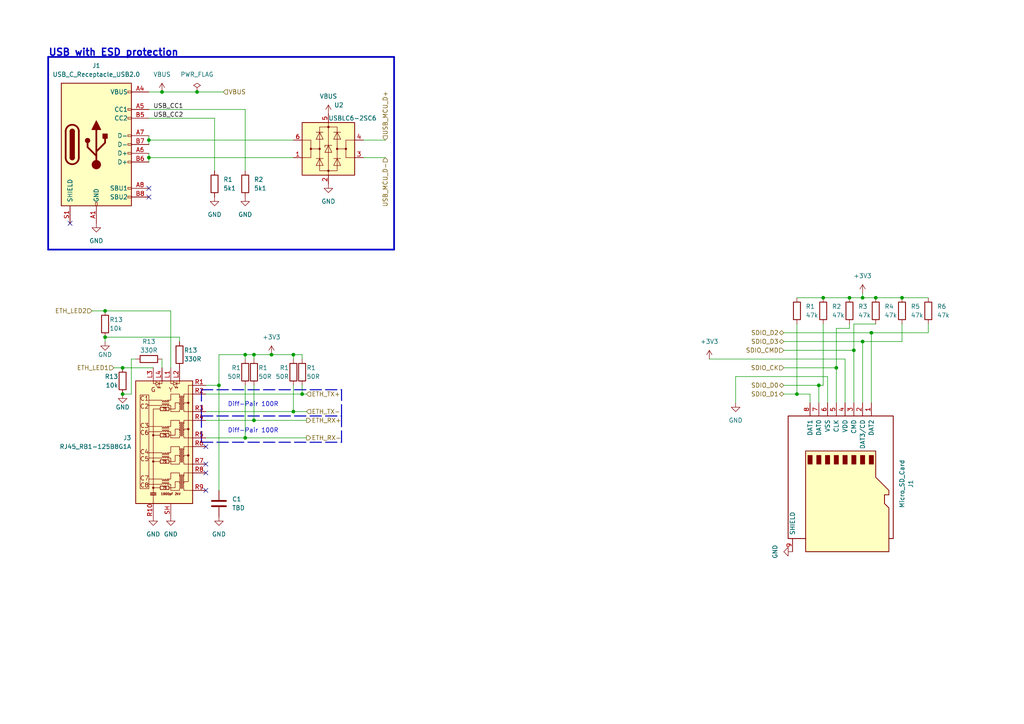
<source format=kicad_sch>
(kicad_sch (version 20230121) (generator eeschema)
  (paper "A4")
  (lib_symbols
    (symbol "Connector:Micro_SD_Card" (pin_names (offset 1.016))
      (property "Reference" "J" (at -16.51 15.24 0))
      (property "Value" "Micro_SD_Card" (at 16.51 15.24 0))
      (symbol "Micro_SD_Card_0_1"
        (rectangle (start -7.62 -9.525) (end -5.08 -10.795) (fill (type outline)))
        (rectangle (start -7.62 -6.985) (end -5.08 -8.255) (fill (type outline)))
        (rectangle (start -7.62 -4.445) (end -5.08 -5.715) (fill (type outline)))
        (rectangle (start -7.62 -1.905) (end -5.08 -3.175) (fill (type outline)))
        (rectangle (start -7.62 0.635) (end -5.08 -0.635) (fill (type outline)))
        (rectangle (start -7.62 3.175) (end -5.08 1.905) (fill (type outline)))
        (rectangle (start -7.62 5.715) (end -5.08 4.445) (fill (type outline)))
        (rectangle (start -7.62 8.255) (end -5.08 6.985) (fill (type outline)))
        (polyline (pts (xy 16.51 12.7) (xy 16.51 13.97) (xy -19.05 13.97) (xy -19.05 -16.51) (xy 16.51 -16.51) (xy 16.51 -11.43)) (stroke (width 0.254)))
        (polyline (pts (xy -8.89 -11.43) (xy -8.89 8.89) (xy -1.27 8.89) (xy 2.54 12.7) (xy 3.81 12.7) (xy 3.81 11.43) (xy 6.35 11.43) (xy 7.62 12.7) (xy 20.32 12.7) (xy 20.32 -11.43) (xy -8.89 -11.43)) (stroke (width 0.254)) (fill (type background)))
      )
      (symbol "Micro_SD_Card_1_1"
        (pin bidirectional line (at -22.86 7.62 0) (length 3.81) (name "DAT2") (number "1"))
        (pin bidirectional line (at -22.86 5.08 0) (length 3.81) (name "DAT3/CD") (number "2"))
        (pin input line (at -22.86 2.54 0) (length 3.81) (name "CMD") (number "3"))
        (pin power_in line (at -22.86 0 0) (length 3.81) (name "VDD") (number "4"))
        (pin input line (at -22.86 -2.54 0) (length 3.81) (name "CLK") (number "5"))
        (pin power_in line (at -22.86 -5.08 0) (length 3.81) (name "VSS") (number "6"))
        (pin bidirectional line (at -22.86 -7.62 0) (length 3.81) (name "DAT0") (number "7"))
        (pin bidirectional line (at -22.86 -10.16 0) (length 3.81) (name "DAT1") (number "8"))
        (pin passive line (at 20.32 -15.24 180) (length 3.81) (name "SHIELD") (number "9"))
      )
    )
    (symbol "Connector:RJ45_RB1-125B8G1A" (pin_names hide)
      (property "Reference" "J" (at -7.62 20.32 0))
      (property "Value" "RJ45_RB1-125B8G1A" (at 15.24 20.32 0))
      (symbol "RJ45_RB1-125B8G1A_0_0"
        (polyline (pts (xy -0.508 -11.938) (xy -2.54 -11.938)))
        (polyline (pts (xy 0 -10.922) (xy -3.81 -10.922)))
        (polyline (pts (xy 0 -9.398) (xy -3.81 -9.398)))
        (polyline (pts (xy 0 -3.302) (xy -3.81 -3.302)))
        (polyline (pts (xy 0 -1.778) (xy -3.81 -1.778)))
        (polyline (pts (xy 0 4.318) (xy -3.81 4.318)))
        (polyline (pts (xy 0 5.842) (xy -3.81 5.842)))
        (polyline (pts (xy 0 11.938) (xy -3.81 11.938)))
        (polyline (pts (xy 0 13.462) (xy -3.81 13.462)))
        (polyline (pts (xy 6.35 5.08) (xy 7.62 5.08)))
        (polyline (pts (xy 7.62 -2.54) (xy 6.35 -2.54)))
        (polyline (pts (xy 7.62 12.7) (xy 6.35 12.7)))
        (polyline (pts (xy 2.032 -11.938) (xy 3.81 -11.938) (xy 3.81 -10.16) (xy 5.08 -10.16)))
        (polyline (pts (xy 2.032 -4.318) (xy 3.81 -4.318) (xy 3.81 -2.54) (xy 5.08 -2.54)))
        (polyline (pts (xy 2.032 3.302) (xy 3.81 3.302) (xy 3.81 5.08) (xy 5.08 5.08)))
        (polyline (pts (xy 2.032 10.922) (xy 3.81 10.922) (xy 3.81 12.7) (xy 5.08 12.7)))
        (text "1000pF 2kV" (at 2.54 -13.716 0) (effects (font (size 0.635 0.635))))
        (text "75" (at 0.762 -11.938 0) (effects (font (size 0.635 0.635))))
        (text "75" (at 0.762 -4.318 0) (effects (font (size 0.635 0.635))))
        (text "75" (at 0.762 3.302 0) (effects (font (size 0.635 0.635))))
        (text "75" (at 0.762 10.922 0) (effects (font (size 0.635 0.635))))
        (text "C1" (at -5.08 13.97 0) (effects (font (size 1.27 1.27))))
        (text "C2" (at -5.08 11.684 0) (effects (font (size 1.27 1.27))))
        (text "C3" (at -5.08 6.096 0) (effects (font (size 1.27 1.27))))
        (text "C4" (at -5.08 -1.524 0) (effects (font (size 1.27 1.27))))
        (text "C5" (at -5.08 -3.556 0) (effects (font (size 1.27 1.27))))
        (text "C6" (at -5.08 4.064 0) (effects (font (size 1.27 1.27))))
        (text "C7" (at -5.08 -9.144 0) (effects (font (size 1.27 1.27))))
        (text "C8" (at -5.08 -11.176 0) (effects (font (size 1.27 1.27))))
        (text "G" (at -2.54 16.51 0) (effects (font (size 1.27 1.27))))
        (text "Y" (at 2.54 16.51 0) (effects (font (size 1.27 1.27))))
      )
      (symbol "RJ45_RB1-125B8G1A_0_1"
        (rectangle (start -3.81 -12.192) (end -6.35 14.986))
        (circle (center -2.54 -11.938) (radius 0.254) (fill (type outline)))
        (circle (center -2.54 -4.318) (radius 0.254) (fill (type outline)))
        (circle (center -2.54 3.302) (radius 0.254) (fill (type outline)))
        (rectangle (start -0.508 -12.446) (end 2.032 -11.43) (stroke (width 0.2032)))
        (rectangle (start -0.508 -4.826) (end 2.032 -3.81) (stroke (width 0.2032)))
        (rectangle (start -0.508 2.794) (end 2.032 3.81) (stroke (width 0.2032)))
        (rectangle (start -0.508 10.414) (end 2.032 11.43) (stroke (width 0.2032)))
        (arc (start 0 -9.398) (mid 0.254 -9.6509) (end 0.508 -9.398))
        (arc (start 0 -1.778) (mid 0.254 -2.0309) (end 0.508 -1.778))
        (polyline (pts (xy -3.302 -13.97) (xy -1.778 -13.97)) (stroke (width 0.3302)))
        (polyline (pts (xy -3.302 -13.462) (xy -1.778 -13.462)) (stroke (width 0.3048)))
        (polyline (pts (xy -2.54 -16.51) (xy -2.54 -13.97)))
        (polyline (pts (xy -2.54 3.302) (xy -0.508 3.302)))
        (polyline (pts (xy -1.016 17.018) (xy -1.524 17.526)))
        (polyline (pts (xy -0.762 18.796) (xy -0.762 17.78)))
        (polyline (pts (xy -0.508 -4.318) (xy -2.54 -4.318)))
        (polyline (pts (xy -0.508 17.018) (xy -1.016 17.526)))
        (polyline (pts (xy 0 -10.414) (xy 2.032 -10.414)))
        (polyline (pts (xy 0 -2.794) (xy 2.032 -2.794)))
        (polyline (pts (xy 0 4.826) (xy 2.032 4.826)))
        (polyline (pts (xy 0 12.446) (xy 2.032 12.446)))
        (polyline (pts (xy 2.032 -9.906) (xy 0 -9.906)))
        (polyline (pts (xy 2.032 -2.286) (xy 0 -2.286)))
        (polyline (pts (xy 2.032 5.334) (xy 0 5.334)))
        (polyline (pts (xy 2.032 12.954) (xy 0 12.954)))
        (polyline (pts (xy 4.064 17.018) (xy 3.556 17.526)))
        (polyline (pts (xy 4.318 18.796) (xy 4.318 17.78)))
        (polyline (pts (xy 4.572 17.018) (xy 4.064 17.526)))
        (polyline (pts (xy 5.588 -8.128) (xy 5.588 -12.192)))
        (polyline (pts (xy 5.588 -0.508) (xy 5.588 -4.572)))
        (polyline (pts (xy 5.588 7.112) (xy 5.588 3.048)))
        (polyline (pts (xy 5.588 14.732) (xy 5.588 10.668)))
        (polyline (pts (xy 5.842 -12.192) (xy 5.842 -8.128)))
        (polyline (pts (xy 5.842 -4.572) (xy 5.842 -0.508)))
        (polyline (pts (xy 5.842 3.048) (xy 5.842 7.112)))
        (polyline (pts (xy 5.842 10.668) (xy 5.842 14.732)))
        (polyline (pts (xy -2.54 -13.462) (xy -2.54 10.922) (xy -0.508 10.922)))
        (polyline (pts (xy -2.54 19.05) (xy -2.54 18.288) (xy -1.778 18.288)))
        (polyline (pts (xy -1.016 17.272) (xy -1.016 17.018) (xy -1.27 17.018)))
        (polyline (pts (xy -0.508 17.272) (xy -0.508 17.018) (xy -0.762 17.018)))
        (polyline (pts (xy 0 19.05) (xy 0 18.288) (xy -0.762 18.288)))
        (polyline (pts (xy 2.54 19.05) (xy 2.54 18.288) (xy 3.302 18.288)))
        (polyline (pts (xy 4.064 17.272) (xy 4.064 17.018) (xy 3.81 17.018)))
        (polyline (pts (xy 4.572 17.272) (xy 4.572 17.018) (xy 4.318 17.018)))
        (polyline (pts (xy 5.08 19.05) (xy 5.08 18.288) (xy 4.318 18.288)))
        (polyline (pts (xy 6.35 -12.192) (xy 6.35 -12.7) (xy 8.89 -12.7)))
        (polyline (pts (xy 6.35 -8.128) (xy 6.35 -7.62) (xy 8.89 -7.62)))
        (polyline (pts (xy 6.35 -4.572) (xy 6.35 -5.08) (xy 8.89 -5.08)))
        (polyline (pts (xy 6.35 -0.508) (xy 6.35 0) (xy 8.89 0)))
        (polyline (pts (xy 6.35 3.048) (xy 6.35 2.54) (xy 8.89 2.54)))
        (polyline (pts (xy 6.35 7.112) (xy 6.35 7.62) (xy 8.89 7.62)))
        (polyline (pts (xy 6.35 10.668) (xy 6.35 10.16) (xy 8.89 10.16)))
        (polyline (pts (xy 6.35 14.732) (xy 6.35 15.24) (xy 8.89 15.24)))
        (polyline (pts (xy -0.762 18.288) (xy -1.778 18.796) (xy -1.778 17.78) (xy -0.762 18.288)))
        (polyline (pts (xy 4.318 18.288) (xy 3.302 18.796) (xy 3.302 17.78) (xy 4.318 18.288)))
        (polyline (pts (xy 8.89 17.78) (xy 7.62 17.78) (xy 7.62 -10.16) (xy 6.35 -10.16)))
        (polyline (pts (xy 2.032 -9.398) (xy 2.54 -9.398) (xy 2.54 -7.62) (xy 5.08 -7.62) (xy 5.08 -8.128)))
        (polyline (pts (xy 2.032 -1.778) (xy 2.54 -1.778) (xy 2.54 0) (xy 5.08 0) (xy 5.08 -0.508)))
        (polyline (pts (xy 2.032 5.842) (xy 2.54 5.842) (xy 2.54 7.62) (xy 5.08 7.62) (xy 5.08 7.112)))
        (polyline (pts (xy 2.032 13.462) (xy 2.54 13.462) (xy 2.54 15.24) (xy 5.08 15.24) (xy 5.08 14.732)))
        (polyline (pts (xy 5.08 -12.192) (xy 5.08 -12.7) (xy 2.54 -12.7) (xy 2.54 -10.922) (xy 2.032 -10.922)))
        (polyline (pts (xy 5.08 -4.572) (xy 5.08 -5.08) (xy 2.54 -5.08) (xy 2.54 -3.302) (xy 2.032 -3.302)))
        (polyline (pts (xy 5.08 3.048) (xy 5.08 2.54) (xy 2.54 2.54) (xy 2.54 4.318) (xy 2.032 4.318)))
        (polyline (pts (xy 5.08 10.668) (xy 5.08 10.16) (xy 2.54 10.16) (xy 2.54 11.938) (xy 2.032 11.938)))
        (arc (start 0 5.842) (mid 0.254 5.5891) (end 0.508 5.842))
        (arc (start 0 13.462) (mid 0.254 13.2091) (end 0.508 13.462))
        (arc (start 0.508 -10.922) (mid 0.254 -10.6691) (end 0 -10.922))
        (arc (start 0.508 -9.398) (mid 0.762 -9.6509) (end 1.016 -9.398))
        (arc (start 0.508 -3.302) (mid 0.254 -3.0491) (end 0 -3.302))
        (arc (start 0.508 -1.778) (mid 0.762 -2.0309) (end 1.016 -1.778))
        (arc (start 0.508 4.318) (mid 0.254 4.5709) (end 0 4.318))
        (arc (start 0.508 5.842) (mid 0.762 5.5891) (end 1.016 5.842))
        (arc (start 0.508 11.938) (mid 0.254 12.1909) (end 0 11.938))
        (arc (start 0.508 13.462) (mid 0.762 13.2091) (end 1.016 13.462))
        (arc (start 1.016 -10.922) (mid 0.762 -10.6691) (end 0.508 -10.922))
        (arc (start 1.016 -9.398) (mid 1.27 -9.6509) (end 1.524 -9.398))
        (arc (start 1.016 -3.302) (mid 0.762 -3.0491) (end 0.508 -3.302))
        (arc (start 1.016 -1.778) (mid 1.27 -2.0309) (end 1.524 -1.778))
        (arc (start 1.016 4.318) (mid 0.762 4.5709) (end 0.508 4.318))
        (arc (start 1.016 5.842) (mid 1.27 5.5891) (end 1.524 5.842))
        (arc (start 1.016 11.938) (mid 0.762 12.1909) (end 0.508 11.938))
        (arc (start 1.016 13.462) (mid 1.27 13.2091) (end 1.524 13.462))
        (arc (start 1.524 -10.922) (mid 1.27 -10.6691) (end 1.016 -10.922))
        (arc (start 1.524 -9.398) (mid 1.778 -9.6509) (end 2.032 -9.398))
        (arc (start 1.524 -3.302) (mid 1.27 -3.0491) (end 1.016 -3.302))
        (arc (start 1.524 -1.778) (mid 1.778 -2.0309) (end 2.032 -1.778))
        (arc (start 1.524 4.318) (mid 1.27 4.5709) (end 1.016 4.318))
        (arc (start 1.524 5.842) (mid 1.778 5.5891) (end 2.032 5.842))
        (arc (start 1.524 11.938) (mid 1.27 12.1909) (end 1.016 11.938))
        (arc (start 1.524 13.462) (mid 1.778 13.2091) (end 2.032 13.462))
        (circle (center 1.778 -10.9474) (radius 0.0762) (stroke (width 0.0254)) (fill (type outline)))
        (circle (center 1.778 -9.3726) (radius 0.0762) (stroke (width 0.0254)) (fill (type outline)))
        (circle (center 1.778 -3.3274) (radius 0.0762) (stroke (width 0.0254)) (fill (type outline)))
        (circle (center 1.778 -1.7526) (radius 0.0762) (stroke (width 0.0254)) (fill (type outline)))
        (circle (center 1.778 4.2926) (radius 0.0762) (stroke (width 0.0254)) (fill (type outline)))
        (circle (center 1.778 5.8674) (radius 0.0762) (stroke (width 0.0254)) (fill (type outline)))
        (circle (center 1.778 11.9126) (radius 0.0762) (stroke (width 0.0254)) (fill (type outline)))
        (circle (center 1.778 13.4874) (radius 0.0762) (stroke (width 0.0254)) (fill (type outline)))
        (arc (start 2.032 -10.922) (mid 1.778 -10.6691) (end 1.524 -10.922))
        (arc (start 2.032 -3.302) (mid 1.778 -3.0491) (end 1.524 -3.302))
        (arc (start 2.032 4.318) (mid 1.778 4.5709) (end 1.524 4.318))
        (arc (start 2.032 11.938) (mid 1.778 12.1909) (end 1.524 11.938))
        (circle (center 5.0546 -10.414) (radius 0.0762) (stroke (width 0.0254)) (fill (type outline)))
        (circle (center 5.0546 -8.382) (radius 0.0762) (stroke (width 0.0254)) (fill (type outline)))
        (circle (center 5.0546 -2.794) (radius 0.0762) (stroke (width 0.0254)) (fill (type outline)))
        (circle (center 5.0546 -0.762) (radius 0.0762) (stroke (width 0.0254)) (fill (type outline)))
        (circle (center 5.0546 4.826) (radius 0.0762) (stroke (width 0.0254)) (fill (type outline)))
        (circle (center 5.0546 6.858) (radius 0.0762) (stroke (width 0.0254)) (fill (type outline)))
        (circle (center 5.0546 12.446) (radius 0.0762) (stroke (width 0.0254)) (fill (type outline)))
        (circle (center 5.0546 14.478) (radius 0.0762) (stroke (width 0.0254)) (fill (type outline)))
        (arc (start 5.08 -12.192) (mid 5.3329 -11.938) (end 5.08 -11.684))
        (arc (start 5.08 -11.684) (mid 5.3329 -11.43) (end 5.08 -11.176))
        (arc (start 5.08 -11.176) (mid 5.3329 -10.922) (end 5.08 -10.668))
        (arc (start 5.08 -10.668) (mid 5.3329 -10.414) (end 5.08 -10.16))
        (arc (start 5.08 -10.16) (mid 5.3329 -9.906) (end 5.08 -9.652))
        (arc (start 5.08 -9.652) (mid 5.3329 -9.398) (end 5.08 -9.144))
        (arc (start 5.08 -9.144) (mid 5.3329 -8.89) (end 5.08 -8.636))
        (arc (start 5.08 -8.636) (mid 5.3329 -8.382) (end 5.08 -8.128))
        (arc (start 5.08 -4.572) (mid 5.3329 -4.318) (end 5.08 -4.064))
        (arc (start 5.08 -4.064) (mid 5.3329 -3.81) (end 5.08 -3.556))
        (arc (start 5.08 -3.556) (mid 5.3329 -3.302) (end 5.08 -3.048))
        (arc (start 5.08 -3.048) (mid 5.3329 -2.794) (end 5.08 -2.54))
        (arc (start 5.08 -2.54) (mid 5.3329 -2.286) (end 5.08 -2.032))
        (arc (start 5.08 -2.032) (mid 5.3329 -1.778) (end 5.08 -1.524))
        (arc (start 5.08 -1.524) (mid 5.3329 -1.27) (end 5.08 -1.016))
        (arc (start 5.08 -1.016) (mid 5.3329 -0.762) (end 5.08 -0.508))
        (arc (start 5.08 3.048) (mid 5.3329 3.302) (end 5.08 3.556))
        (arc (start 5.08 3.556) (mid 5.3329 3.81) (end 5.08 4.064))
        (arc (start 5.08 4.064) (mid 5.3329 4.318) (end 5.08 4.572))
        (arc (start 5.08 4.572) (mid 5.3329 4.826) (end 5.08 5.08))
        (arc (start 5.08 5.08) (mid 5.3329 5.334) (end 5.08 5.588))
        (arc (start 5.08 5.588) (mid 5.3329 5.842) (end 5.08 6.096))
        (arc (start 5.08 6.096) (mid 5.3329 6.35) (end 5.08 6.604))
        (arc (start 5.08 6.604) (mid 5.3329 6.858) (end 5.08 7.112))
        (arc (start 5.08 10.668) (mid 5.3329 10.922) (end 5.08 11.176))
        (arc (start 5.08 11.176) (mid 5.3329 11.43) (end 5.08 11.684))
        (arc (start 5.08 11.684) (mid 5.3329 11.938) (end 5.08 12.192))
        (arc (start 5.08 12.192) (mid 5.3329 12.446) (end 5.08 12.7))
        (arc (start 5.08 12.7) (mid 5.3329 12.954) (end 5.08 13.208))
        (arc (start 5.08 13.208) (mid 5.3329 13.462) (end 5.08 13.716))
        (arc (start 5.08 13.716) (mid 5.3329 13.97) (end 5.08 14.224))
        (arc (start 5.08 14.224) (mid 5.3329 14.478) (end 5.08 14.732))
        (arc (start 6.35 -11.684) (mid 6.0971 -11.938) (end 6.35 -12.192))
        (arc (start 6.35 -11.176) (mid 6.0971 -11.43) (end 6.35 -11.684))
        (arc (start 6.35 -10.668) (mid 6.0971 -10.922) (end 6.35 -11.176))
        (arc (start 6.35 -10.16) (mid 6.0971 -10.414) (end 6.35 -10.668))
        (arc (start 6.35 -9.652) (mid 6.0971 -9.906) (end 6.35 -10.16))
        (arc (start 6.35 -9.144) (mid 6.0971 -9.398) (end 6.35 -9.652))
        (arc (start 6.35 -8.636) (mid 6.0971 -8.89) (end 6.35 -9.144))
        (arc (start 6.35 -8.128) (mid 6.0971 -8.382) (end 6.35 -8.636))
        (arc (start 6.35 -4.064) (mid 6.0971 -4.318) (end 6.35 -4.572))
        (arc (start 6.35 -3.556) (mid 6.0971 -3.81) (end 6.35 -4.064))
        (arc (start 6.35 -3.048) (mid 6.0971 -3.302) (end 6.35 -3.556))
        (arc (start 6.35 -2.54) (mid 6.0971 -2.794) (end 6.35 -3.048))
        (arc (start 6.35 -2.032) (mid 6.0971 -2.286) (end 6.35 -2.54))
        (arc (start 6.35 -1.524) (mid 6.0971 -1.778) (end 6.35 -2.032))
        (arc (start 6.35 -1.016) (mid 6.0971 -1.27) (end 6.35 -1.524))
        (arc (start 6.35 -0.508) (mid 6.0971 -0.762) (end 6.35 -1.016))
        (arc (start 6.35 3.556) (mid 6.0971 3.302) (end 6.35 3.048))
        (arc (start 6.35 4.064) (mid 6.0971 3.81) (end 6.35 3.556))
        (arc (start 6.35 4.572) (mid 6.0971 4.318) (end 6.35 4.064))
        (arc (start 6.35 5.08) (mid 6.0971 4.826) (end 6.35 4.572))
        (arc (start 6.35 5.588) (mid 6.0971 5.334) (end 6.35 5.08))
        (arc (start 6.35 6.096) (mid 6.0971 5.842) (end 6.35 5.588))
        (arc (start 6.35 6.604) (mid 6.0971 6.35) (end 6.35 6.096))
        (arc (start 6.35 7.112) (mid 6.0971 6.858) (end 6.35 6.604))
        (arc (start 6.35 11.176) (mid 6.0971 10.922) (end 6.35 10.668))
        (arc (start 6.35 11.684) (mid 6.0971 11.43) (end 6.35 11.176))
        (arc (start 6.35 12.192) (mid 6.0971 11.938) (end 6.35 11.684))
        (arc (start 6.35 12.7) (mid 6.0971 12.446) (end 6.35 12.192))
        (arc (start 6.35 13.208) (mid 6.0971 12.954) (end 6.35 12.7))
        (arc (start 6.35 13.716) (mid 6.0971 13.462) (end 6.35 13.208))
        (arc (start 6.35 14.224) (mid 6.0971 13.97) (end 6.35 13.716))
        (arc (start 6.35 14.732) (mid 6.0971 14.478) (end 6.35 14.224))
        (circle (center 6.3754 -10.414) (radius 0.0762) (stroke (width 0.0254)) (fill (type outline)))
        (circle (center 6.3754 -8.382) (radius 0.0762) (stroke (width 0.0254)) (fill (type outline)))
        (circle (center 6.3754 -2.794) (radius 0.0762) (stroke (width 0.0254)) (fill (type outline)))
        (circle (center 6.3754 -0.762) (radius 0.0762) (stroke (width 0.0254)) (fill (type outline)))
        (circle (center 6.3754 4.826) (radius 0.0762) (stroke (width 0.0254)) (fill (type outline)))
        (circle (center 6.3754 6.858) (radius 0.0762) (stroke (width 0.0254)) (fill (type outline)))
        (circle (center 6.3754 12.446) (radius 0.0762) (stroke (width 0.0254)) (fill (type outline)))
        (circle (center 6.3754 14.478) (radius 0.0762) (stroke (width 0.0254)) (fill (type outline)))
        (circle (center 7.62 -2.54) (radius 0.254) (fill (type outline)))
        (circle (center 7.62 5.08) (radius 0.254) (fill (type outline)))
        (circle (center 7.62 12.7) (radius 0.254) (fill (type outline)))
        (rectangle (start 8.89 19.05) (end -7.62 -16.51) (stroke (width 0.254)) (fill (type background)))
        (pin power_in line (at -2.54 -20.32 90) (length 3.81) (name "GND") (number "R10"))
      )
      (symbol "RJ45_RB1-125B8G1A_1_1"
        (pin passive line (at 2.54 22.86 270) (length 3.81) (name "~") (number "L1"))
        (pin passive line (at 5.08 22.86 270) (length 3.81) (name "~") (number "L2"))
        (pin passive line (at -2.54 22.86 270) (length 3.81) (name "~") (number "L3"))
        (pin passive line (at 0 22.86 270) (length 3.81) (name "~") (number "L4"))
        (pin passive line (at 12.7 17.78 180) (length 3.81) (name "CT") (number "R1"))
        (pin passive line (at 12.7 15.24 180) (length 3.81) (name "TD1+") (number "R2"))
        (pin passive line (at 12.7 10.16 180) (length 3.81) (name "TD1-") (number "R3"))
        (pin passive line (at 12.7 7.62 180) (length 3.81) (name "TD2+") (number "R4"))
        (pin passive line (at 12.7 2.54 180) (length 3.81) (name "TD2-") (number "R5"))
        (pin passive line (at 12.7 0 180) (length 3.81) (name "TD3+") (number "R6"))
        (pin passive line (at 12.7 -5.08 180) (length 3.81) (name "TD3-") (number "R7"))
        (pin passive line (at 12.7 -7.62 180) (length 3.81) (name "TD4+") (number "R8"))
        (pin passive line (at 12.7 -12.7 180) (length 3.81) (name "TD4-") (number "R9"))
        (pin passive line (at 2.54 -20.32 90) (length 3.81) (name "SH") (number "SH"))
      )
    )
    (symbol "Connector:USB_C_Receptacle_USB2.0" (pin_names (offset 1.016))
      (property "Reference" "J" (at -10.16 19.05 0))
      (property "Value" "USB_C_Receptacle_USB2.0" (at 19.05 19.05 0))
      (symbol "USB_C_Receptacle_USB2.0_0_0"
        (rectangle (start -0.254 -17.78) (end 0.254 -16.764))
        (rectangle (start 10.16 -14.986) (end 9.144 -15.494))
        (rectangle (start 10.16 -12.446) (end 9.144 -12.954))
        (rectangle (start 10.16 -4.826) (end 9.144 -5.334))
        (rectangle (start 10.16 -2.286) (end 9.144 -2.794))
        (rectangle (start 10.16 0.254) (end 9.144 -0.254))
        (rectangle (start 10.16 2.794) (end 9.144 2.286))
        (rectangle (start 10.16 7.874) (end 9.144 7.366))
        (rectangle (start 10.16 10.414) (end 9.144 9.906))
        (rectangle (start 10.16 15.494) (end 9.144 14.986))
      )
      (symbol "USB_C_Receptacle_USB2.0_0_1"
        (rectangle (start -10.16 17.78) (end 10.16 -17.78) (stroke (width 0.254)) (fill (type background)))
        (arc (start -8.89 -3.81) (mid -6.985 -5.7067) (end -5.08 -3.81) (stroke (width 0.508)))
        (arc (start -7.62 -3.81) (mid -6.985 -4.4423) (end -6.35 -3.81) (stroke (width 0.254)))
        (arc (start -7.62 -3.81) (mid -6.985 -4.4423) (end -6.35 -3.81) (stroke (width 0.254)) (fill (type outline)))
        (rectangle (start -7.62 -3.81) (end -6.35 3.81) (stroke (width 0.254)) (fill (type outline)))
        (arc (start -6.35 3.81) (mid -6.985 4.4423) (end -7.62 3.81) (stroke (width 0.254)))
        (arc (start -6.35 3.81) (mid -6.985 4.4423) (end -7.62 3.81) (stroke (width 0.254)) (fill (type outline)))
        (arc (start -5.08 3.81) (mid -6.985 5.7067) (end -8.89 3.81) (stroke (width 0.508)))
        (circle (center -2.54 1.143) (radius 0.635) (stroke (width 0.254)) (fill (type outline)))
        (circle (center 0 -5.842) (radius 1.27) (fill (type outline)))
        (polyline (pts (xy -8.89 -3.81) (xy -8.89 3.81)) (stroke (width 0.508)))
        (polyline (pts (xy -5.08 3.81) (xy -5.08 -3.81)) (stroke (width 0.508)))
        (polyline (pts (xy 0 -5.842) (xy 0 4.318)) (stroke (width 0.508)))
        (polyline (pts (xy 0 -3.302) (xy -2.54 -0.762) (xy -2.54 0.508)) (stroke (width 0.508)))
        (polyline (pts (xy 0 -2.032) (xy 2.54 0.508) (xy 2.54 1.778)) (stroke (width 0.508)))
        (polyline (pts (xy -1.27 4.318) (xy 0 6.858) (xy 1.27 4.318) (xy -1.27 4.318)) (stroke (width 0.254)) (fill (type outline)))
        (rectangle (start 1.905 1.778) (end 3.175 3.048) (stroke (width 0.254)) (fill (type outline)))
      )
      (symbol "USB_C_Receptacle_USB2.0_1_1"
        (pin passive line (at 0 -22.86 90) (length 5.08) (name "GND") (number "A1"))
        (pin passive line (at 0 -22.86 90) (length 5.08) hide (name "GND") (number "A12"))
        (pin passive line (at 15.24 15.24 180) (length 5.08) (name "VBUS") (number "A4"))
        (pin bidirectional line (at 15.24 10.16 180) (length 5.08) (name "CC1") (number "A5"))
        (pin bidirectional line (at 15.24 -2.54 180) (length 5.08) (name "D+") (number "A6"))
        (pin bidirectional line (at 15.24 2.54 180) (length 5.08) (name "D-") (number "A7"))
        (pin bidirectional line (at 15.24 -12.7 180) (length 5.08) (name "SBU1") (number "A8"))
        (pin passive line (at 15.24 15.24 180) (length 5.08) hide (name "VBUS") (number "A9"))
        (pin passive line (at 0 -22.86 90) (length 5.08) hide (name "GND") (number "B1"))
        (pin passive line (at 0 -22.86 90) (length 5.08) hide (name "GND") (number "B12"))
        (pin passive line (at 15.24 15.24 180) (length 5.08) hide (name "VBUS") (number "B4"))
        (pin bidirectional line (at 15.24 7.62 180) (length 5.08) (name "CC2") (number "B5"))
        (pin bidirectional line (at 15.24 -5.08 180) (length 5.08) (name "D+") (number "B6"))
        (pin bidirectional line (at 15.24 0 180) (length 5.08) (name "D-") (number "B7"))
        (pin bidirectional line (at 15.24 -15.24 180) (length 5.08) (name "SBU2") (number "B8"))
        (pin passive line (at 15.24 15.24 180) (length 5.08) hide (name "VBUS") (number "B9"))
        (pin passive line (at -7.62 -22.86 90) (length 5.08) (name "SHIELD") (number "S1"))
      )
    )
    (symbol "Device:C" (pin_numbers hide) (pin_names (offset 0.254))
      (property "Reference" "C" (at 0.635 2.54 0))
      (property "Value" "C" (at 0.635 -2.54 0))
      (symbol "C_0_1"
        (polyline (pts (xy -2.032 -0.762) (xy 2.032 -0.762)) (stroke (width 0.508)))
        (polyline (pts (xy -2.032 0.762) (xy 2.032 0.762)) (stroke (width 0.508)))
      )
      (symbol "C_1_1"
        (pin passive line (at 0 3.81 270) (length 2.794) (name "~") (number "1"))
        (pin passive line (at 0 -3.81 90) (length 2.794) (name "~") (number "2"))
      )
    )
    (symbol "Device:R" (pin_numbers hide) (pin_names (offset 0))
      (property "Reference" "R" (at 2.032 0 90))
      (property "Value" "R" (at 0 0 90))
      (symbol "R_0_1"
        (rectangle (start -1.016 -2.54) (end 1.016 2.54) (stroke (width 0.254)))
      )
      (symbol "R_1_1"
        (pin passive line (at 0 3.81 270) (length 1.27) (name "~") (number "1"))
        (pin passive line (at 0 -3.81 90) (length 1.27) (name "~") (number "2"))
      )
    )
    (symbol "Power_Protection:USBLC6-2SC6" (pin_names hide)
      (property "Reference" "U" (at 2.54 8.89 0))
      (property "Value" "USBLC6-2SC6" (at 2.54 -8.89 0))
      (symbol "USBLC6-2SC6_0_1"
        (rectangle (start -7.62 -7.62) (end 7.62 7.62) (stroke (width 0.254)) (fill (type background)))
        (circle (center -5.08 0) (radius 0.254) (fill (type outline)))
        (circle (center -2.54 0) (radius 0.254) (fill (type outline)))
        (rectangle (start -2.54 6.35) (end 2.54 -6.35))
        (circle (center 0 -6.35) (radius 0.254) (fill (type outline)))
        (polyline (pts (xy -5.08 -2.54) (xy -7.62 -2.54)))
        (polyline (pts (xy -5.08 0) (xy -5.08 -2.54)))
        (polyline (pts (xy -5.08 2.54) (xy -7.62 2.54)))
        (polyline (pts (xy -1.524 -2.794) (xy -3.556 -2.794)))
        (polyline (pts (xy -1.524 4.826) (xy -3.556 4.826)))
        (polyline (pts (xy 0 -7.62) (xy 0 -6.35)))
        (polyline (pts (xy 0 -6.35) (xy 0 1.27)))
        (polyline (pts (xy 0 1.27) (xy 0 6.35)))
        (polyline (pts (xy 0 6.35) (xy 0 7.62)))
        (polyline (pts (xy 1.524 -2.794) (xy 3.556 -2.794)))
        (polyline (pts (xy 1.524 4.826) (xy 3.556 4.826)))
        (polyline (pts (xy 5.08 -2.54) (xy 7.62 -2.54)))
        (polyline (pts (xy 5.08 0) (xy 5.08 -2.54)))
        (polyline (pts (xy 5.08 2.54) (xy 7.62 2.54)))
        (polyline (pts (xy -2.54 0) (xy -5.08 0) (xy -5.08 2.54)))
        (polyline (pts (xy 2.54 0) (xy 5.08 0) (xy 5.08 2.54)))
        (polyline (pts (xy -3.556 -4.826) (xy -1.524 -4.826) (xy -2.54 -2.794) (xy -3.556 -4.826)))
        (polyline (pts (xy -3.556 2.794) (xy -1.524 2.794) (xy -2.54 4.826) (xy -3.556 2.794)))
        (polyline (pts (xy -1.016 -1.016) (xy 1.016 -1.016) (xy 0 1.016) (xy -1.016 -1.016)))
        (polyline (pts (xy 1.016 1.016) (xy 0.762 1.016) (xy -1.016 1.016) (xy -1.016 0.508)))
        (polyline (pts (xy 3.556 -4.826) (xy 1.524 -4.826) (xy 2.54 -2.794) (xy 3.556 -4.826)))
        (polyline (pts (xy 3.556 2.794) (xy 1.524 2.794) (xy 2.54 4.826) (xy 3.556 2.794)))
        (circle (center 0 6.35) (radius 0.254) (fill (type outline)))
        (circle (center 2.54 0) (radius 0.254) (fill (type outline)))
        (circle (center 5.08 0) (radius 0.254) (fill (type outline)))
      )
      (symbol "USBLC6-2SC6_1_1"
        (pin passive line (at -10.16 -2.54 0) (length 2.54) (name "I/O1") (number "1"))
        (pin passive line (at 0 -10.16 90) (length 2.54) (name "GND") (number "2"))
        (pin passive line (at 10.16 -2.54 180) (length 2.54) (name "I/O2") (number "3"))
        (pin passive line (at 10.16 2.54 180) (length 2.54) (name "I/O2") (number "4"))
        (pin passive line (at 0 10.16 270) (length 2.54) (name "VBUS") (number "5"))
        (pin passive line (at -10.16 2.54 0) (length 2.54) (name "I/O1") (number "6"))
      )
    )
    (symbol "power:+3V3" (power) (pin_names (offset 0))
      (property "Value" "+3V3" (at 0 3.556 0))
      (symbol "+3V3_0_1"
        (polyline (pts (xy -0.762 1.27) (xy 0 2.54)))
        (polyline (pts (xy 0 0) (xy 0 2.54)))
        (polyline (pts (xy 0 2.54) (xy 0.762 1.27)))
      )
      (symbol "+3V3_1_1"
        (pin power_in line (at 0 0 90) (length 0) hide (name "+3V3") (number "1"))
      )
    )
    (symbol "power:GND" (power) (pin_names (offset 0))
      (property "Value" "GND" (at 0 -3.81 0))
      (symbol "GND_0_1"
        (polyline (pts (xy 0 0) (xy 0 -1.27) (xy 1.27 -1.27) (xy 0 -2.54) (xy -1.27 -1.27) (xy 0 -1.27)))
      )
      (symbol "GND_1_1"
        (pin power_in line (at 0 0 270) (length 0) hide (name "GND") (number "1"))
      )
    )
    (symbol "power:PWR_FLAG" (power) (pin_numbers hide) (pin_names (offset 0) hide)
      (property "Value" "PWR_FLAG" (at 0 3.81 0))
      (symbol "PWR_FLAG_0_0"
        (pin power_out line (at 0 0 90) (length 0) (name "pwr") (number "1"))
      )
      (symbol "PWR_FLAG_0_1"
        (polyline (pts (xy 0 0) (xy 0 1.27) (xy -1.016 1.905) (xy 0 2.54) (xy 1.016 1.905) (xy 0 1.27)))
      )
    )
    (symbol "power:VBUS" (power) (pin_names (offset 0))
      (property "Value" "VBUS" (at 0 3.81 0))
      (symbol "VBUS_0_1"
        (polyline (pts (xy -0.762 1.27) (xy 0 2.54)))
        (polyline (pts (xy 0 0) (xy 0 2.54)))
        (polyline (pts (xy 0 2.54) (xy 0.762 1.27)))
      )
      (symbol "VBUS_1_1"
        (pin power_in line (at 0 0 90) (length 0) hide (name "VBUS") (number "1"))
      )
    )
  )
  (junction (at 71.12 102.87))
  (junction (at 87.63 114.3))
  (junction (at 57.15 26.67))
  (junction (at 238.76 86.36))
  (junction (at 30.48 90.17))
  (junction (at 30.48 97.79))
  (junction (at 46.99 26.67))
  (junction (at 261.62 86.36))
  (junction (at 242.57 106.68))
  (junction (at 35.56 114.3))
  (junction (at 254 86.36))
  (junction (at 247.65 101.6))
  (junction (at 43.18 45.72))
  (junction (at 252.73 96.52))
  (junction (at 231.14 114.3))
  (junction (at 35.56 106.68))
  (junction (at 85.09 119.38))
  (junction (at 85.09 102.87))
  (junction (at 71.12 127))
  (junction (at 237.49 111.76))
  (junction (at 43.18 40.64))
  (junction (at 250.19 86.36))
  (junction (at 73.66 102.87))
  (junction (at 78.74 102.87))
  (junction (at 250.19 99.06))
  (junction (at 73.66 121.92))
  (junction (at 246.38 86.36))
  (junction (at 63.5 111.76))
  (no_connect (at 59.69 129.54))
  (no_connect (at 59.69 137.16))
  (no_connect (at 20.32 64.77))
  (no_connect (at 59.69 134.62))
  (no_connect (at 43.18 57.15))
  (no_connect (at 43.18 54.61))
  (no_connect (at 59.69 142.24))
  (wire (pts (xy 227.33 99.06) (xy 250.19 99.06)))
  (wire (pts (xy 231.14 114.3) (xy 227.33 114.3)))
  (wire (pts (xy 85.09 102.87) (xy 85.09 104.14)))
  (wire (pts (xy 246.38 95.25) (xy 246.38 93.98)))
  (polyline (pts (xy 13.97 16.51) (xy 114.3 16.51)) (stroke (width 0.5)))
  (wire (pts (xy 49.53 90.17) (xy 49.53 106.68)))
  (wire (pts (xy 234.95 116.84) (xy 234.95 114.3)))
  (wire (pts (xy 250.19 85.09) (xy 250.19 86.36)))
  (wire (pts (xy 269.24 96.52) (xy 269.24 93.98)))
  (wire (pts (xy 237.49 111.76) (xy 227.33 111.76)))
  (wire (pts (xy 63.5 102.87) (xy 63.5 111.76)))
  (wire (pts (xy 254 86.36) (xy 261.62 86.36)))
  (wire (pts (xy 213.36 116.84) (xy 213.36 109.22)))
  (wire (pts (xy 247.65 93.98) (xy 254 93.98)))
  (wire (pts (xy 46.99 26.67) (xy 57.15 26.67)))
  (wire (pts (xy 73.66 121.92) (xy 59.69 121.92)))
  (wire (pts (xy 30.48 90.17) (xy 49.53 90.17)))
  (polyline (pts (xy 58.42 120.65) (xy 99.06 120.65)) (stroke (width 0.3) (type dash)))
  (wire (pts (xy 227.33 101.6) (xy 247.65 101.6)))
  (wire (pts (xy 247.65 116.84) (xy 247.65 101.6)))
  (wire (pts (xy 261.62 86.36) (xy 269.24 86.36)))
  (wire (pts (xy 73.66 102.87) (xy 73.66 104.14)))
  (wire (pts (xy 252.73 96.52) (xy 269.24 96.52)))
  (wire (pts (xy 35.56 114.3) (xy 38.1 114.3)))
  (wire (pts (xy 237.49 111.76) (xy 237.49 116.84)))
  (wire (pts (xy 85.09 102.87) (xy 87.63 102.87)))
  (wire (pts (xy 62.23 34.29) (xy 62.23 49.53)))
  (wire (pts (xy 52.07 97.79) (xy 52.07 99.06)))
  (wire (pts (xy 35.56 106.68) (xy 44.45 106.68)))
  (wire (pts (xy 261.62 93.98) (xy 261.62 99.06)))
  (polyline (pts (xy 58.42 128.27) (xy 99.06 128.27)) (stroke (width 0.3) (type dash)))
  (wire (pts (xy 71.12 127) (xy 59.69 127)))
  (wire (pts (xy 238.76 86.36) (xy 246.38 86.36)))
  (wire (pts (xy 71.12 102.87) (xy 73.66 102.87)))
  (wire (pts (xy 88.9 127) (xy 71.12 127)))
  (wire (pts (xy 43.18 40.64) (xy 43.18 41.91)))
  (polyline (pts (xy 99.06 128.27) (xy 99.06 120.65)) (stroke (width 0.3) (type dash)))
  (wire (pts (xy 242.57 106.68) (xy 227.33 106.68)))
  (wire (pts (xy 87.63 114.3) (xy 88.9 114.3)))
  (wire (pts (xy 43.18 45.72) (xy 43.18 46.99)))
  (polyline (pts (xy 58.42 113.03) (xy 99.06 113.03)) (stroke (width 0.3) (type dash)))
  (polyline (pts (xy 13.97 16.51) (xy 13.97 72.39)) (stroke (width 0.5)))
  (wire (pts (xy 250.19 86.36) (xy 254 86.36)))
  (wire (pts (xy 245.11 116.84) (xy 245.11 104.14)))
  (wire (pts (xy 85.09 111.76) (xy 85.09 119.38)))
  (wire (pts (xy 71.12 111.76) (xy 71.12 127)))
  (wire (pts (xy 242.57 95.25) (xy 246.38 95.25)))
  (wire (pts (xy 78.74 102.87) (xy 73.66 102.87)))
  (wire (pts (xy 227.33 96.52) (xy 252.73 96.52)))
  (wire (pts (xy 238.76 93.98) (xy 238.76 111.76)))
  (wire (pts (xy 71.12 102.87) (xy 63.5 102.87)))
  (wire (pts (xy 78.74 102.87) (xy 85.09 102.87)))
  (wire (pts (xy 59.69 111.76) (xy 63.5 111.76)))
  (wire (pts (xy 105.41 45.72) (xy 111.76 45.72)))
  (wire (pts (xy 43.18 31.75) (xy 71.12 31.75)))
  (wire (pts (xy 238.76 111.76) (xy 237.49 111.76)))
  (wire (pts (xy 33.02 106.68) (xy 35.56 106.68)))
  (wire (pts (xy 250.19 116.84) (xy 250.19 99.06)))
  (wire (pts (xy 252.73 116.84) (xy 252.73 96.52)))
  (wire (pts (xy 43.18 40.64) (xy 85.09 40.64)))
  (wire (pts (xy 43.18 45.72) (xy 85.09 45.72)))
  (wire (pts (xy 87.63 104.14) (xy 87.63 102.87)))
  (wire (pts (xy 38.1 104.14) (xy 39.37 104.14)))
  (wire (pts (xy 205.74 104.14) (xy 245.11 104.14)))
  (wire (pts (xy 64.77 26.67) (xy 57.15 26.67)))
  (wire (pts (xy 43.18 26.67) (xy 46.99 26.67)))
  (wire (pts (xy 85.09 119.38) (xy 59.69 119.38)))
  (wire (pts (xy 71.12 31.75) (xy 71.12 49.53)))
  (wire (pts (xy 231.14 93.98) (xy 231.14 114.3)))
  (polyline (pts (xy 13.97 72.39) (xy 114.3 72.39)) (stroke (width 0.5)))
  (wire (pts (xy 261.62 99.06) (xy 250.19 99.06)))
  (polyline (pts (xy 99.06 120.65) (xy 99.06 113.03)) (stroke (width 0.3) (type dash)))
  (polyline (pts (xy 58.42 113.03) (xy 58.42 120.65)) (stroke (width 0.3) (type dash)))
  (wire (pts (xy 63.5 111.76) (xy 63.5 142.24)))
  (wire (pts (xy 88.9 121.92) (xy 73.66 121.92)))
  (wire (pts (xy 234.95 114.3) (xy 231.14 114.3)))
  (wire (pts (xy 87.63 111.76) (xy 87.63 114.3)))
  (wire (pts (xy 246.38 86.36) (xy 250.19 86.36)))
  (wire (pts (xy 242.57 106.68) (xy 242.57 116.84)))
  (wire (pts (xy 213.36 109.22) (xy 240.03 109.22)))
  (wire (pts (xy 87.63 114.3) (xy 59.69 114.3)))
  (wire (pts (xy 105.41 40.64) (xy 111.76 40.64)))
  (wire (pts (xy 85.09 119.38) (xy 88.9 119.38)))
  (wire (pts (xy 43.18 39.37) (xy 43.18 40.64)))
  (wire (pts (xy 247.65 101.6) (xy 247.65 93.98)))
  (polyline (pts (xy 58.42 120.65) (xy 58.42 128.27)) (stroke (width 0.3) (type dash)))
  (wire (pts (xy 46.99 104.14) (xy 46.99 106.68)))
  (wire (pts (xy 240.03 109.22) (xy 240.03 116.84)))
  (wire (pts (xy 71.12 104.14) (xy 71.12 102.87)))
  (wire (pts (xy 242.57 106.68) (xy 242.57 95.25)))
  (wire (pts (xy 43.18 34.29) (xy 62.23 34.29)))
  (wire (pts (xy 43.18 44.45) (xy 43.18 45.72)))
  (wire (pts (xy 38.1 114.3) (xy 38.1 104.14)))
  (wire (pts (xy 73.66 111.76) (xy 73.66 121.92)))
  (wire (pts (xy 231.14 86.36) (xy 238.76 86.36)))
  (wire (pts (xy 26.67 90.17) (xy 30.48 90.17)))
  (polyline (pts (xy 114.3 72.39) (xy 114.3 16.51)) (stroke (width 0.5)))
  (wire (pts (xy 30.48 97.79) (xy 52.07 97.79)))
  (wire (pts (xy 30.48 99.06) (xy 30.48 97.79)))
  (text "USB with ESD protection" (at 13.97 16.51 0) (effects (font (size 2 2) (thickness 0.4) bold) (justify left bottom)))
  (text "Diff-Pair 100R" (at 66.04 118.11 0) (effects (font (size 1.27 1.27)) (justify left bottom)))
  (text "Diff-Pair 100R" (at 66.04 125.73 0) (effects (font (size 1.27 1.27)) (justify left bottom)))
  (label "USB_CC2" (at 44.45 34.29 0))
  (label "USB_CC1" (at 44.45 31.75 0))
  (hierarchical_label "USB_MCU_D+" (shape input) (at 111.76 40.64 90))
  (hierarchical_label "ETH_RX-" (shape output) (at 88.9 127 0))
  (hierarchical_label "ETH_TX+" (shape input) (at 88.9 114.3 0))
  (hierarchical_label "SDIO_CMD" (shape input) (at 227.33 101.6 180))
  (hierarchical_label "SDIO_CK" (shape input) (at 227.33 106.68 180))
  (hierarchical_label "SDIO_D0" (shape bidirectional) (at 227.33 111.76 180))
  (hierarchical_label "USB_MCU_D-" (shape input) (at 111.76 45.72 270))
  (hierarchical_label "ETH_RX+" (shape output) (at 88.9 121.92 0))
  (hierarchical_label "VBUS" (shape input) (at 64.77 26.67 0))
  (hierarchical_label "SDIO_D1" (shape bidirectional) (at 227.33 114.3 180))
  (hierarchical_label "ETH_TX-" (shape input) (at 88.9 119.38 0))
  (hierarchical_label "SDIO_D3" (shape bidirectional) (at 227.33 99.06 180))
  (hierarchical_label "SDIO_D2" (shape bidirectional) (at 227.33 96.52 180))
  (hierarchical_label "ETH_LED2" (shape input) (at 26.67 90.17 180))
  (hierarchical_label "ETH_LED1" (shape input) (at 33.02 106.68 180))
  (symbol (lib_id "Device:R") (at 30.48 93.98 0) (unit 1)
    (property "Reference" "R13" (at 31.75 92.71 0) (effects (justify left)))
    (property "Value" "10k" (at 31.75 95.25 0) (effects (justify left)))
    (property "Footprint" "Resistor_SMD:R_0603_1608Metric" (effects hide))
    (instances (project "Hardware" (path "" (reference "R13") (unit 1)) (path "" (reference "R14") (unit 1))))
  )
  (symbol (lib_id "Device:R") (at 35.56 110.49 0) (mirror y) (unit 1)
    (property "Reference" "R13" (at 34.29 109.22 0) (effects (justify left)))
    (property "Value" "10k" (at 34.29 111.76 0) (effects (justify left)))
    (property "Footprint" "Resistor_SMD:R_0603_1608Metric" (effects hide))
    (instances (project "Hardware" (path "" (reference "R13") (unit 1)) (path "" (reference "R15") (unit 1))))
  )
  (symbol (lib_id "power:+3V3") (at 250.19 85.09 0) (unit 1)
    (property "Reference" "#PWR07" (effects hide))
    (property "Value" "+3V3" (at 250.19 80.01 0))
  )
  (symbol (lib_id "Device:R") (at 73.66 107.95 0) (unit 1)
    (property "Reference" "R1" (at 74.93 106.68 0) (effects (justify left)))
    (property "Value" "50R" (at 74.93 109.22 0) (effects (justify left)))
    (property "Footprint" "Resistor_SMD:R_0603_1608Metric" (effects hide))
    (property "LCSC Part #" "C3152148" (effects hide))
    (instances (project "Hardware" (path "" (reference "R1") (unit 1))) (project "Hardware" (path "" (reference "R200") (unit 1))) (project "Hardware" (path "" (reference "R10") (unit 1))))
  )
  (symbol (lib_id "power:GND") (at 71.12 57.15 0) (unit 1)
    (property "Reference" "#PWR010" (effects hide))
    (property "Value" "GND" (at 71.12 62.23 0))
    (instances (project "Hardware" (path "" (reference "#PWR010") (unit 1))) (project "Hardware" (path "" (reference "#PWR010") (unit 1))) (project "Hardware" (path "" (reference "#PWR011") (unit 1))))
  )
  (symbol (lib_id "Device:R") (at 261.62 90.17 0) (unit 1)
    (property "Reference" "R5" (at 264.16 88.9 0) (effects (justify left)))
    (property "Value" "47k" (at 264.16 91.44 0) (effects (justify left)))
    (property "Footprint" "Resistor_SMD:R_0603_1608Metric" (effects hide))
  )
  (symbol (lib_id "power:GND") (at 62.23 57.15 0) (unit 1)
    (property "Reference" "#PWR09" (effects hide))
    (property "Value" "GND" (at 62.23 62.23 0))
    (instances (project "Hardware" (path "" (reference "#PWR09") (unit 1))) (project "Hardware" (path "" (reference "#PWR09") (unit 1))) (project "Hardware" (path "" (reference "#PWR010") (unit 1))))
  )
  (symbol (lib_id "power:VBUS") (at 95.25 33.02 0) (unit 1)
    (property "Reference" "#PWR011" (effects hide))
    (property "Value" "VBUS" (at 95.25 27.94 0))
    (instances (project "Hardware" (path "" (reference "#PWR011") (unit 1))) (project "Hardware" (path "" (reference "#PWR012") (unit 1))) (project "Hardware" (path "" (reference "#PWR012") (unit 1))))
  )
  (symbol (lib_id "power:GND") (at 35.56 114.3 0) (unit 1)
    (property "Reference" "#PWR07" (effects hide))
    (property "Value" "GND" (at 35.56 118.11 0))
    (instances (project "Hardware" (path "" (reference "#PWR07") (unit 1))) (project "Hardware" (path "" (reference "#PWR08") (unit 1))) (project "Hardware" (path "" (reference "#PWR023") (unit 1))))
  )
  (symbol (lib_id "Device:R") (at 238.76 90.17 0) (unit 1)
    (property "Reference" "R2" (at 241.3 88.9 0) (effects (justify left)))
    (property "Value" "47k" (at 241.3 91.44 0) (effects (justify left)))
    (property "Footprint" "Resistor_SMD:R_0603_1608Metric" (effects hide))
  )
  (symbol (lib_id "Device:R") (at 254 90.17 0) (unit 1)
    (property "Reference" "R4" (at 256.54 88.9 0) (effects (justify left)))
    (property "Value" "47k" (at 256.54 91.44 0) (effects (justify left)))
    (property "Footprint" "Resistor_SMD:R_0603_1608Metric" (effects hide))
  )
  (symbol (lib_id "Device:R") (at 231.14 90.17 0) (unit 1)
    (property "Reference" "R1" (at 233.68 88.9 0) (effects (justify left)))
    (property "Value" "47k" (at 233.68 91.44 0) (effects (justify left)))
    (property "Footprint" "Resistor_SMD:R_0603_1608Metric" (effects hide))
  )
  (symbol (lib_id "power:GND") (at 63.5 149.86 0) (unit 1)
    (property "Reference" "#PWR07" (effects hide))
    (property "Value" "GND" (at 63.5 154.94 0))
    (instances (project "Hardware" (path "" (reference "#PWR07") (unit 1))) (project "Hardware" (path "" (reference "#PWR08") (unit 1))) (project "Hardware" (path "" (reference "#PWR016") (unit 1))))
  )
  (symbol (lib_id "power:VBUS") (at 46.99 26.67 0) (unit 1)
    (property "Reference" "#PWR08" (effects hide))
    (property "Value" "VBUS" (at 46.99 21.59 0))
    (instances (project "Hardware" (path "" (reference "#PWR08") (unit 1))) (project "Hardware" (path "" (reference "#PWR011") (unit 1))) (project "Hardware" (path "" (reference "#PWR09") (unit 1))))
  )
  (symbol (lib_id "Device:R") (at 269.24 90.17 0) (unit 1)
    (property "Reference" "R6" (at 271.78 88.9 0) (effects (justify left)))
    (property "Value" "47k" (at 271.78 91.44 0) (effects (justify left)))
    (property "Footprint" "Resistor_SMD:R_0603_1608Metric" (effects hide))
  )
  (symbol (lib_id "Device:R") (at 85.09 107.95 0) (mirror y) (unit 1)
    (property "Reference" "R1" (at 83.82 106.68 0) (effects (justify left)))
    (property "Value" "50R" (at 83.82 109.22 0) (effects (justify left)))
    (property "Footprint" "Resistor_SMD:R_0603_1608Metric" (effects hide))
    (property "LCSC Part #" "C3152148" (effects hide))
    (instances (project "Hardware" (path "" (reference "R1") (unit 1))) (project "Hardware" (path "" (reference "R200") (unit 1))) (project "Hardware" (path "" (reference "R11") (unit 1))))
  )
  (symbol (lib_id "Device:R") (at 62.23 53.34 0) (unit 1)
    (property "Reference" "R1" (at 64.77 52.07 0) (effects (justify left)))
    (property "Value" "5k1" (at 64.77 54.61 0) (effects (justify left)))
    (property "Footprint" "Resistor_SMD:R_0603_1608Metric" (effects hide))
    (property "LCSC Part #" "C3152148" (effects hide))
    (instances (project "Hardware" (path "" (reference "R1") (unit 1))) (project "Hardware" (path "" (reference "R200") (unit 1))) (project "Hardware" (path "" (reference "R7") (unit 1))))
  )
  (symbol (lib_id "power:+3V3") (at 205.74 104.14 0) (unit 1)
    (property "Reference" "#PWR05" (effects hide))
    (property "Value" "+3V3" (at 205.74 99.06 0))
    (instances (project "Hardware" (path "" (reference "#PWR05") (unit 1)) (path "" (reference "#PWR04") (unit 1))))
  )
  (symbol (lib_id "power:+3V3") (at 78.74 102.87 0) (unit 1)
    (property "Reference" "#PWR07" (effects hide))
    (property "Value" "+3V3" (at 78.74 97.79 0))
    (instances (project "Hardware" (path "" (reference "#PWR07") (unit 1)) (path "" (reference "#PWR015") (unit 1))))
  )
  (symbol (lib_id "Power_Protection:USBLC6-2SC6") (at 95.25 43.18 0) (unit 1)
    (property "Reference" "U2" (at 96.9011 30.48 0) (effects (justify left)))
    (property "Value" "USBLC6-2SC6" (at 95.25 34.29 0) (effects (justify left)))
    (property "Footprint" "Package_TO_SOT_SMD:SOT-23-6" (effects hide))
    (property "Datasheet" "https://www.st.com/resource/en/datasheet/usblc6-2.pdf" (effects hide))
    (property "LCSC Part #" "C2827654" (effects hide))
    (instances (project "Hardware" (path "" (reference "U2") (unit 1))) (project "Hardware" (path "" (reference "U201") (unit 1))) (project "Hardware" (path "" (reference "U2") (unit 1))))
  )
  (symbol (lib_id "Device:R") (at 52.07 102.87 0) (unit 1)
    (property "Reference" "R13" (at 53.34 101.6 0) (effects (justify left)))
    (property "Value" "330R" (at 53.34 104.14 0) (effects (justify left)))
    (property "Footprint" "Resistor_SMD:R_0603_1608Metric" (effects hide))
    (instances (project "Hardware" (path "" (reference "R13") (unit 1)) (path "" (reference "R17") (unit 1))))
  )
  (symbol (lib_id "power:GND") (at 49.53 149.86 0) (unit 1)
    (property "Reference" "#PWR07" (effects hide))
    (property "Value" "GND" (at 49.53 154.94 0))
    (instances (project "Hardware" (path "" (reference "#PWR07") (unit 1))) (project "Hardware" (path "" (reference "#PWR08") (unit 1))) (project "Hardware" (path "" (reference "#PWR017") (unit 1))))
  )
  (symbol (lib_id "power:GND") (at 30.48 99.06 0) (unit 1)
    (property "Reference" "#PWR07" (effects hide))
    (property "Value" "GND" (at 30.48 102.87 0))
    (instances (project "Hardware" (path "" (reference "#PWR07") (unit 1))) (project "Hardware" (path "" (reference "#PWR08") (unit 1))) (project "Hardware" (path "" (reference "#PWR022") (unit 1))))
  )
  (symbol (lib_id "Device:R") (at 71.12 107.95 0) (mirror y) (unit 1)
    (property "Reference" "R1" (at 69.85 106.68 0) (effects (justify left)))
    (property "Value" "50R" (at 69.85 109.22 0) (effects (justify left)))
    (property "Footprint" "Resistor_SMD:R_0603_1608Metric" (effects hide))
    (property "LCSC Part #" "C3152148" (effects hide))
    (instances (project "Hardware" (path "" (reference "R1") (unit 1))) (project "Hardware" (path "" (reference "R200") (unit 1))) (project "Hardware" (path "" (reference "R9") (unit 1))))
  )
  (symbol (lib_id "Device:R") (at 71.12 53.34 0) (unit 1)
    (property "Reference" "R2" (at 73.66 52.07 0) (effects (justify left)))
    (property "Value" "5k1" (at 73.66 54.61 0) (effects (justify left)))
    (property "Footprint" "Resistor_SMD:R_0603_1608Metric" (effects hide))
    (property "LCSC Part #" "C3152148" (effects hide))
    (instances (project "Hardware" (path "" (reference "R2") (unit 1))) (project "Hardware" (path "" (reference "R201") (unit 1))) (project "Hardware" (path "" (reference "R8") (unit 1))))
  )
  (symbol (lib_id "Device:R") (at 246.38 90.17 0) (unit 1)
    (property "Reference" "R3" (at 248.92 88.9 0) (effects (justify left)))
    (property "Value" "47k" (at 248.92 91.44 0) (effects (justify left)))
    (property "Footprint" "Resistor_SMD:R_0603_1608Metric" (effects hide))
  )
  (symbol (lib_id "Device:C") (at 63.5 146.05 0) (unit 1)
    (property "Reference" "C1" (at 67.31 144.78 0) (effects (justify left)))
    (property "Value" "TBD" (at 67.31 147.32 0) (effects (justify left)))
    (property "Footprint" "Capacitor_SMD:C_0201_0603Metric" (effects hide))
  )
  (symbol (lib_id "Device:R") (at 43.18 104.14 90) (unit 1)
    (property "Reference" "R13" (at 43.18 99.06 90))
    (property "Value" "330R" (at 43.18 101.6 90))
    (property "Footprint" "Resistor_SMD:R_0603_1608Metric" (effects hide))
    (instances (project "Hardware" (path "" (reference "R13") (unit 1)) (path "" (reference "R16") (unit 1))))
  )
  (symbol (lib_id "Device:R") (at 87.63 107.95 0) (unit 1)
    (property "Reference" "R1" (at 88.9 106.68 0) (effects (justify left)))
    (property "Value" "50R" (at 88.9 109.22 0) (effects (justify left)))
    (property "Footprint" "Resistor_SMD:R_0603_1608Metric" (effects hide))
    (property "LCSC Part #" "C3152148" (effects hide))
    (instances (project "Hardware" (path "" (reference "R1") (unit 1))) (project "Hardware" (path "" (reference "R200") (unit 1))) (project "Hardware" (path "" (reference "R12") (unit 1))))
  )
  (symbol (lib_id "Connector:Micro_SD_Card") (at 245.11 139.7 270) (unit 1)
    (property "Reference" "J1" (at 264.16 140.335 0))
    (property "Value" "Micro_SD_Card" (at 261.62 140.335 0))
    (property "Footprint" "Connector_Card:microSD_HC_Molex_47219-2001" (effects hide))
    (property "Datasheet" "http://katalog.we-online.de/em/datasheet/693072010801.pdf" (effects hide))
  )
  (symbol (lib_id "power:GND") (at 95.25 53.34 0) (unit 1)
    (property "Reference" "#PWR012" (effects hide))
    (property "Value" "GND" (at 95.25 58.42 0))
    (instances (project "Hardware" (path "" (reference "#PWR012") (unit 1))) (project "Hardware" (path "" (reference "#PWR013") (unit 1))) (project "Hardware" (path "" (reference "#PWR013") (unit 1))))
  )
  (symbol (lib_id "power:GND") (at 213.36 116.84 0) (unit 1)
    (property "Reference" "#PWR06" (effects hide))
    (property "Value" "GND" (at 213.36 121.92 0))
    (instances (project "Hardware" (path "" (reference "#PWR06") (unit 1)) (path "" (reference "#PWR05") (unit 1))))
  )
  (symbol (lib_id "power:GND") (at 27.94 64.77 0) (unit 1)
    (property "Reference" "#PWR07" (effects hide))
    (property "Value" "GND" (at 27.94 69.85 0))
    (instances (project "Hardware" (path "" (reference "#PWR07") (unit 1))) (project "Hardware" (path "" (reference "#PWR08") (unit 1))) (project "Hardware" (path "" (reference "#PWR08") (unit 1))))
  )
  (symbol (lib_id "power:GND") (at 44.45 149.86 0) (unit 1)
    (property "Reference" "#PWR07" (effects hide))
    (property "Value" "GND" (at 44.45 154.94 0))
    (instances (project "Hardware" (path "" (reference "#PWR07") (unit 1))) (project "Hardware" (path "" (reference "#PWR08") (unit 1))) (project "Hardware" (path "" (reference "#PWR018") (unit 1))))
  )
  (symbol (lib_id "power:PWR_FLAG") (at 57.15 26.67 0) (unit 1)
    (property "Reference" "#FLG01" (effects hide))
    (property "Value" "PWR_FLAG" (at 57.15 21.59 0))
    (instances (project "Hardware" (path "" (reference "#FLG01") (unit 1))) (project "Hardware" (path "" (reference "#FLG04") (unit 1))) (project "Hardware" (path "" (reference "#FLG01") (unit 1))))
  )
  (symbol (lib_id "Connector:USB_C_Receptacle_USB2.0") (at 27.94 41.91 0) (unit 1)
    (property "Reference" "J1" (at 27.94 19.05 0))
    (property "Value" "USB_C_Receptacle_USB2.0" (at 27.94 21.59 0))
    (property "Footprint" "Connector_USB:USB_C_Receptacle_XKB_U262-16XN-4BVC11" (effects hide))
    (property "Datasheet" "https://www.usb.org/sites/default/files/documents/usb_type-c.zip" (effects hide))
    (property "LCSC Part #" "C319148" (effects hide))
    (instances (project "Hardware" (path "" (reference "J1") (unit 1))) (project "Hardware" (path "" (reference "J200") (unit 1))) (project "Hardware" (path "" (reference "J2") (unit 1))))
  )
  (symbol (lib_id "power:GND") (at 229.87 160.02 270) (unit 1)
    (property "Reference" "#PWR04" (effects hide))
    (property "Value" "GND" (at 224.79 160.02 0))
    (instances (project "Hardware" (path "" (reference "#PWR04") (unit 1)) (path "" (reference "#PWR06") (unit 1))))
  )
  (symbol (lib_id "Connector:RJ45_RB1-125B8G1A") (at 46.99 129.54 0) (unit 1)
    (property "Reference" "J3" (at 38.1 127 0) (effects (justify right)))
    (property "Value" "RJ45_RB1-125B8G1A" (at 38.1 129.54 0) (effects (justify right)))
    (property "Footprint" "Connector_RJ:RJ45_UDE_RB1-125B8G1A" (effects hide))
    (property "Datasheet" "https://datasheet.lcsc.com/szlcsc/1901091107_UDE-Corp-RB1-125B8G1A_C363353.pdf" (effects hide))
  )
)
</source>
